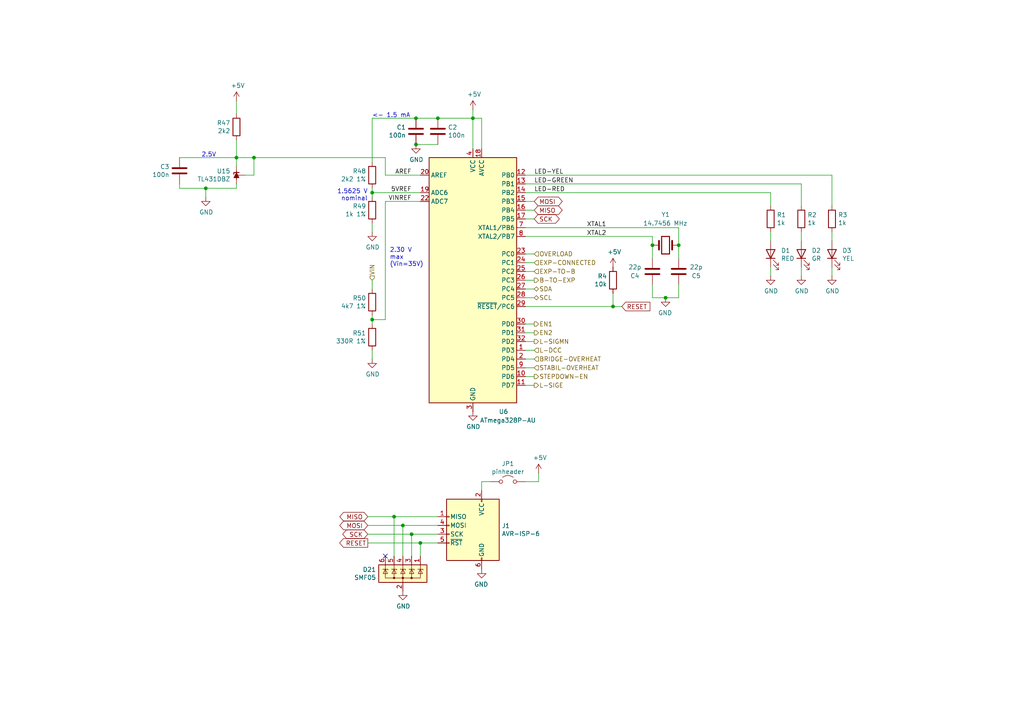
<source format=kicad_sch>
(kicad_sch (version 20231120) (generator "eeschema") (generator_version "8.0")
  (paper "A4")
  (title_block (title "HB22 – DCC booster") (date "2025-02-20") (rev "1.0") (company "Model Railroader Club Brno I – KMŽ Brno I – https://kmz-brno.cz/") (comment 1 "Jan Horáček") (comment 2 "https://github.com/kmzbrnoI/hb22") (comment 3 "https://creativecommons.org/licenses/by-sa/4.0/") (comment 4 "Released under the Creative Commons Attribution-ShareAlike 4.0 License"))
  (lib_symbols
    (symbol "Connector:AVR-ISP-6" (pin_names (offset 1.016))
      (property "Reference" "J" (at -6.35 11.43 0))
      (property "Value" "AVR-ISP-6" (at 0 11.43 0))
      (symbol "AVR-ISP-6_0_1"
        (rectangle (start -2.667 -6.858) (end -2.413 -7.62))
        (rectangle (start -2.667 10.16) (end -2.413 9.398))
        (rectangle (start 7.62 -2.413) (end 6.858 -2.667))
        (rectangle (start 7.62 0.127) (end 6.858 -0.127))
        (rectangle (start 7.62 2.667) (end 6.858 2.413))
        (rectangle (start 7.62 5.207) (end 6.858 4.953))
        (rectangle (start 7.62 10.16) (end -7.62 -7.62) (stroke (width 0.254)) (fill (type background)))
      )
      (symbol "AVR-ISP-6_1_1"
        (pin passive line (at 10.16 5.08 180) (length 2.54) (name "MISO") (number "1"))
        (pin passive line (at -2.54 12.7 270) (length 2.54) (name "VCC") (number "2"))
        (pin passive line (at 10.16 0 180) (length 2.54) (name "SCK") (number "3"))
        (pin passive line (at 10.16 2.54 180) (length 2.54) (name "MOSI") (number "4"))
        (pin passive line (at 10.16 -2.54 180) (length 2.54) (name "~{RST}") (number "5"))
        (pin passive line (at -2.54 -10.16 90) (length 2.54) (name "GND") (number "6"))
      )
    )
    (symbol "Device:C" (pin_numbers hide) (pin_names (offset 0.254))
      (property "Reference" "C" (at 0.635 2.54 0))
      (property "Value" "C" (at 0.635 -2.54 0))
      (symbol "C_0_1"
        (polyline (pts (xy -2.032 -0.762) (xy 2.032 -0.762)) (stroke (width 0.508)))
        (polyline (pts (xy -2.032 0.762) (xy 2.032 0.762)) (stroke (width 0.508)))
      )
      (symbol "C_1_1"
        (pin passive line (at 0 3.81 270) (length 2.794) (name "~") (number "1"))
        (pin passive line (at 0 -3.81 90) (length 2.794) (name "~") (number "2"))
      )
    )
    (symbol "Device:Crystal" (pin_numbers hide) (pin_names (offset 1.016) hide)
      (property "Reference" "Y" (at 0 3.81 0))
      (property "Value" "Crystal" (at 0 -3.81 0))
      (symbol "Crystal_0_1"
        (rectangle (start -1.143 2.54) (end 1.143 -2.54) (stroke (width 0.3048)))
        (polyline (pts (xy -2.54 0) (xy -1.905 0)))
        (polyline (pts (xy -1.905 -1.27) (xy -1.905 1.27)) (stroke (width 0.508)))
        (polyline (pts (xy 1.905 -1.27) (xy 1.905 1.27)) (stroke (width 0.508)))
        (polyline (pts (xy 2.54 0) (xy 1.905 0)))
      )
      (symbol "Crystal_1_1"
        (pin passive line (at -3.81 0 0) (length 1.27) (name "1") (number "1"))
        (pin passive line (at 3.81 0 180) (length 1.27) (name "2") (number "2"))
      )
    )
    (symbol "Device:LED" (pin_numbers hide) (pin_names (offset 1.016) hide)
      (property "Reference" "D" (at 0 2.54 0))
      (property "Value" "LED" (at 0 -2.54 0))
      (symbol "LED_0_1"
        (polyline (pts (xy -1.27 -1.27) (xy -1.27 1.27)) (stroke (width 0.254)))
        (polyline (pts (xy -1.27 0) (xy 1.27 0)))
        (polyline (pts (xy 1.27 -1.27) (xy 1.27 1.27) (xy -1.27 0) (xy 1.27 -1.27)) (stroke (width 0.254)))
        (polyline (pts (xy -3.048 -0.762) (xy -4.572 -2.286) (xy -3.81 -2.286) (xy -4.572 -2.286) (xy -4.572 -1.524)))
        (polyline (pts (xy -1.778 -0.762) (xy -3.302 -2.286) (xy -2.54 -2.286) (xy -3.302 -2.286) (xy -3.302 -1.524)))
      )
      (symbol "LED_1_1"
        (pin passive line (at -3.81 0 0) (length 2.54) (name "K") (number "1"))
        (pin passive line (at 3.81 0 180) (length 2.54) (name "A") (number "2"))
      )
    )
    (symbol "Device:R" (pin_numbers hide) (pin_names (offset 0))
      (property "Reference" "R" (at 2.032 0 90))
      (property "Value" "R" (at 0 0 90))
      (symbol "R_0_1"
        (rectangle (start -1.016 -2.54) (end 1.016 2.54) (stroke (width 0.254)))
      )
      (symbol "R_1_1"
        (pin passive line (at 0 3.81 270) (length 1.27) (name "~") (number "1"))
        (pin passive line (at 0 -3.81 90) (length 1.27) (name "~") (number "2"))
      )
    )
    (symbol "Jumper:Jumper_2_Open" (pin_numbers hide) (pin_names (offset 0) hide) (exclude_from_sim yes)
      (property "Reference" "JP" (at 0 2.794 0))
      (property "Value" "Jumper_2_Open" (at 0 -2.286 0))
      (symbol "Jumper_2_Open_0_0"
        (circle (center -2.032 0) (radius 0.508))
        (circle (center 2.032 0) (radius 0.508))
      )
      (symbol "Jumper_2_Open_0_1"
        (arc (start 1.524 1.27) (mid 0 1.778) (end -1.524 1.27))
      )
      (symbol "Jumper_2_Open_1_1"
        (pin passive line (at -5.08 0 0) (length 2.54) (name "A") (number "1"))
        (pin passive line (at 5.08 0 180) (length 2.54) (name "B") (number "2"))
      )
    )
    (symbol "MCU_Microchip_ATmega:ATmega328P-A"
      (property "Reference" "U" (at -12.7 36.83 0))
      (property "Value" "ATmega328P-A" (at 2.54 -36.83 0))
      (symbol "ATmega328P-A_0_1"
        (rectangle (start -12.7 -35.56) (end 12.7 35.56) (stroke (width 0.254)) (fill (type background)))
      )
      (symbol "ATmega328P-A_1_1"
        (pin bidirectional line (at 15.24 -20.32 180) (length 2.54) (name "PD3") (number "1"))
        (pin bidirectional line (at 15.24 -27.94 180) (length 2.54) (name "PD6") (number "10"))
        (pin bidirectional line (at 15.24 -30.48 180) (length 2.54) (name "PD7") (number "11"))
        (pin bidirectional line (at 15.24 30.48 180) (length 2.54) (name "PB0") (number "12"))
        (pin bidirectional line (at 15.24 27.94 180) (length 2.54) (name "PB1") (number "13"))
        (pin bidirectional line (at 15.24 25.4 180) (length 2.54) (name "PB2") (number "14"))
        (pin bidirectional line (at 15.24 22.86 180) (length 2.54) (name "PB3") (number "15"))
        (pin bidirectional line (at 15.24 20.32 180) (length 2.54) (name "PB4") (number "16"))
        (pin bidirectional line (at 15.24 17.78 180) (length 2.54) (name "PB5") (number "17"))
        (pin power_in line (at 2.54 38.1 270) (length 2.54) (name "AVCC") (number "18"))
        (pin input line (at -15.24 25.4 0) (length 2.54) (name "ADC6") (number "19"))
        (pin bidirectional line (at 15.24 -22.86 180) (length 2.54) (name "PD4") (number "2"))
        (pin passive line (at -15.24 30.48 0) (length 2.54) (name "AREF") (number "20"))
        (pin passive line (at 0 -38.1 90) (length 2.54) hide (name "GND") (number "21"))
        (pin input line (at -15.24 22.86 0) (length 2.54) (name "ADC7") (number "22"))
        (pin bidirectional line (at 15.24 7.62 180) (length 2.54) (name "PC0") (number "23"))
        (pin bidirectional line (at 15.24 5.08 180) (length 2.54) (name "PC1") (number "24"))
        (pin bidirectional line (at 15.24 2.54 180) (length 2.54) (name "PC2") (number "25"))
        (pin bidirectional line (at 15.24 0 180) (length 2.54) (name "PC3") (number "26"))
        (pin bidirectional line (at 15.24 -2.54 180) (length 2.54) (name "PC4") (number "27"))
        (pin bidirectional line (at 15.24 -5.08 180) (length 2.54) (name "PC5") (number "28"))
        (pin bidirectional line (at 15.24 -7.62 180) (length 2.54) (name "~{RESET}/PC6") (number "29"))
        (pin power_in line (at 0 -38.1 90) (length 2.54) (name "GND") (number "3"))
        (pin bidirectional line (at 15.24 -12.7 180) (length 2.54) (name "PD0") (number "30"))
        (pin bidirectional line (at 15.24 -15.24 180) (length 2.54) (name "PD1") (number "31"))
        (pin bidirectional line (at 15.24 -17.78 180) (length 2.54) (name "PD2") (number "32"))
        (pin power_in line (at 0 38.1 270) (length 2.54) (name "VCC") (number "4"))
        (pin passive line (at 0 -38.1 90) (length 2.54) hide (name "GND") (number "5"))
        (pin passive line (at 0 38.1 270) (length 2.54) hide (name "VCC") (number "6"))
        (pin bidirectional line (at 15.24 15.24 180) (length 2.54) (name "XTAL1/PB6") (number "7"))
        (pin bidirectional line (at 15.24 12.7 180) (length 2.54) (name "XTAL2/PB7") (number "8"))
        (pin bidirectional line (at 15.24 -25.4 180) (length 2.54) (name "PD5") (number "9"))
      )
    )
    (symbol "Power_Protection:SP0505BAJT" (pin_names hide)
      (property "Reference" "D" (at 7.62 2.54 0))
      (property "Value" "SP0505BAJT" (at 7.62 0.635 0))
      (symbol "SP0505BAJT_0_0"
        (pin passive line (at 0 -5.08 90) (length 2.54) (name "A") (number "2"))
      )
      (symbol "SP0505BAJT_0_1"
        (rectangle (start -6.985 2.54) (end 6.985 -2.54) (stroke (width 0.254)) (fill (type background)))
        (circle (center -2.54 -1.27) (radius 0.254) (fill (type outline)))
        (circle (center 0 -1.27) (radius 0.254) (fill (type outline)))
        (polyline (pts (xy -5.08 2.54) (xy -5.08 1.27)))
        (polyline (pts (xy -2.54 2.54) (xy -2.54 1.27)))
        (polyline (pts (xy 0 -1.27) (xy 0 -2.54)))
        (polyline (pts (xy 0 -1.27) (xy 0 1.27)))
        (polyline (pts (xy 0 2.54) (xy 0 1.27)))
        (polyline (pts (xy 0.635 1.27) (xy 0.762 1.27)))
        (polyline (pts (xy 2.54 2.54) (xy 2.54 1.27)))
        (polyline (pts (xy 5.08 2.54) (xy 5.08 1.27)))
        (polyline (pts (xy -5.08 1.27) (xy -5.08 -1.27) (xy -2.54 -1.27)))
        (polyline (pts (xy 0.635 1.27) (xy -0.762 1.27) (xy -0.762 1.016)))
        (polyline (pts (xy 5.08 1.27) (xy 5.08 -1.27) (xy 2.54 -1.27)))
        (polyline (pts (xy -5.842 1.016) (xy -5.842 1.27) (xy -4.445 1.27) (xy -4.318 1.27)))
        (polyline (pts (xy -5.08 1.27) (xy -4.445 0) (xy -5.715 0) (xy -5.08 1.27)))
        (polyline (pts (xy -3.302 1.016) (xy -3.302 1.27) (xy -1.905 1.27) (xy -1.778 1.27)))
        (polyline (pts (xy -2.54 1.27) (xy -2.54 -1.27) (xy 2.54 -1.27) (xy 2.54 1.27)))
        (polyline (pts (xy -2.54 1.27) (xy -1.905 0) (xy -3.175 0) (xy -2.54 1.27)))
        (polyline (pts (xy 0.635 0) (xy -0.635 0) (xy 0 1.27) (xy 0.635 0)))
        (polyline (pts (xy 1.778 1.016) (xy 1.778 1.27) (xy 3.175 1.27) (xy 3.302 1.27)))
        (polyline (pts (xy 2.54 1.27) (xy 1.905 0) (xy 3.175 0) (xy 2.54 1.27)))
        (polyline (pts (xy 4.318 1.016) (xy 4.318 1.27) (xy 5.715 1.27) (xy 5.842 1.27)))
        (polyline (pts (xy 5.08 1.27) (xy 4.445 0) (xy 5.715 0) (xy 5.08 1.27)))
        (circle (center 2.54 -1.27) (radius 0.254) (fill (type outline)))
      )
      (symbol "SP0505BAJT_1_1"
        (pin passive line (at -5.08 5.08 270) (length 2.54) (name "K") (number "1"))
        (pin passive line (at -2.54 5.08 270) (length 2.54) (name "K") (number "3"))
        (pin passive line (at 0 5.08 270) (length 2.54) (name "K") (number "4"))
        (pin passive line (at 2.54 5.08 270) (length 2.54) (name "K") (number "5"))
        (pin passive line (at 5.08 5.08 270) (length 2.54) (name "K") (number "6"))
      )
    )
    (symbol "Reference_Voltage:TL431DBZ" (pin_numbers hide) (pin_names hide)
      (property "Reference" "U" (at -2.54 2.54 0))
      (property "Value" "TL431DBZ" (at 0 -2.54 0))
      (symbol "TL431DBZ_0_1"
        (polyline (pts (xy -1.27 0) (xy 0 0) (xy 1.27 0)))
        (polyline (pts (xy -0.762 -0.762) (xy -0.762 0.762) (xy 0.762 0) (xy -0.762 -0.762)) (fill (type outline)))
        (polyline (pts (xy 0.254 -0.762) (xy 0.762 -0.762) (xy 0.762 0.762) (xy 0.762 0.762)) (stroke (width 0.254)))
      )
      (symbol "TL431DBZ_1_1"
        (pin passive line (at 2.54 0 180) (length 2.54) (name "K") (number "1"))
        (pin passive line (at 0 2.54 270) (length 2.54) (name "REF") (number "2"))
        (pin passive line (at -2.54 0 0) (length 2.54) (name "A") (number "3"))
      )
    )
    (symbol "power:+5V" (power) (pin_numbers hide) (pin_names (offset 0) hide)
      (property "Value" "+5V" (at 0 3.556 0))
      (symbol "+5V_0_1"
        (polyline (pts (xy -0.762 1.27) (xy 0 2.54)))
        (polyline (pts (xy 0 0) (xy 0 2.54)))
        (polyline (pts (xy 0 2.54) (xy 0.762 1.27)))
      )
      (symbol "+5V_1_1"
        (pin power_in line (at 0 0 90) (length 0) (name "~") (number "1"))
      )
    )
    (symbol "power:GND" (power) (pin_numbers hide) (pin_names (offset 0) hide)
      (property "Value" "GND" (at 0 -3.81 0))
      (symbol "GND_0_1"
        (polyline (pts (xy 0 0) (xy 0 -1.27) (xy 1.27 -1.27) (xy 0 -2.54) (xy -1.27 -1.27) (xy 0 -1.27)))
      )
      (symbol "GND_1_1"
        (pin power_in line (at 0 0 270) (length 0) (name "~") (number "1"))
      )
    )
  )
  (junction (at 121.92 157.48))
  (junction (at 119.38 154.94))
  (junction (at 116.84 152.4))
  (junction (at 189.23 71.12))
  (junction (at 137.16 34.29))
  (junction (at 107.95 55.88))
  (junction (at 196.85 71.12))
  (junction (at 120.65 41.91))
  (junction (at 127 34.29))
  (junction (at 120.65 34.29))
  (junction (at 68.58 45.72))
  (junction (at 193.04 86.36))
  (junction (at 107.95 92.71))
  (junction (at 114.3 149.86))
  (junction (at 177.8 88.9))
  (junction (at 59.69 54.61))
  (junction (at 73.66 45.72))
  (no_connect (at 111.76 161.29))
  (wire (pts (xy 107.95 34.29) (xy 120.65 34.29)))
  (wire (pts (xy 232.41 53.34) (xy 232.41 59.69)))
  (wire (pts (xy 107.95 81.28) (xy 107.95 83.82)))
  (wire (pts (xy 73.66 50.8) (xy 71.12 50.8)))
  (wire (pts (xy 107.95 55.88) (xy 107.95 54.61)))
  (wire (pts (xy 106.68 157.48) (xy 121.92 157.48)))
  (wire (pts (xy 107.95 91.44) (xy 107.95 92.71)))
  (wire (pts (xy 152.4 109.22) (xy 154.94 109.22)))
  (wire (pts (xy 152.4 68.58) (xy 189.23 68.58)))
  (wire (pts (xy 137.16 31.75) (xy 137.16 34.29)))
  (wire (pts (xy 107.95 92.71) (xy 107.95 93.98)))
  (wire (pts (xy 68.58 33.02) (xy 68.58 29.21)))
  (wire (pts (xy 189.23 71.12) (xy 189.23 74.93)))
  (wire (pts (xy 127 34.29) (xy 137.16 34.29)))
  (wire (pts (xy 223.52 69.85) (xy 223.52 67.31)))
  (wire (pts (xy 241.3 80.01) (xy 241.3 77.47)))
  (wire (pts (xy 137.16 34.29) (xy 139.7 34.29)))
  (wire (pts (xy 59.69 54.61) (xy 68.58 54.61)))
  (wire (pts (xy 196.85 74.93) (xy 196.85 71.12)))
  (wire (pts (xy 152.4 66.04) (xy 196.85 66.04)))
  (wire (pts (xy 193.04 86.36) (xy 196.85 86.36)))
  (wire (pts (xy 120.65 41.91) (xy 127 41.91)))
  (wire (pts (xy 223.52 80.01) (xy 223.52 77.47)))
  (wire (pts (xy 68.58 54.61) (xy 68.58 53.34)))
  (wire (pts (xy 232.41 69.85) (xy 232.41 67.31)))
  (wire (pts (xy 152.4 53.34) (xy 232.41 53.34)))
  (wire (pts (xy 196.85 86.36) (xy 196.85 82.55)))
  (wire (pts (xy 223.52 55.88) (xy 223.52 59.69)))
  (wire (pts (xy 107.95 104.14) (xy 107.95 101.6)))
  (wire (pts (xy 152.4 101.6) (xy 154.94 101.6)))
  (wire (pts (xy 68.58 45.72) (xy 73.66 45.72)))
  (wire (pts (xy 152.4 111.76) (xy 154.94 111.76)))
  (wire (pts (xy 177.8 85.09) (xy 177.8 88.9)))
  (wire (pts (xy 68.58 48.26) (xy 68.58 45.72)))
  (wire (pts (xy 142.24 139.7) (xy 139.7 139.7)))
  (wire (pts (xy 119.38 154.94) (xy 127 154.94)))
  (wire (pts (xy 114.3 149.86) (xy 127 149.86)))
  (wire (pts (xy 137.16 34.29) (xy 137.16 43.18)))
  (wire (pts (xy 59.69 54.61) (xy 52.07 54.61)))
  (wire (pts (xy 68.58 40.64) (xy 68.58 45.72)))
  (wire (pts (xy 152.4 63.5) (xy 154.94 63.5)))
  (wire (pts (xy 111.76 92.71) (xy 111.76 58.42)))
  (wire (pts (xy 119.38 161.29) (xy 119.38 154.94)))
  (wire (pts (xy 152.4 76.2) (xy 154.94 76.2)))
  (wire (pts (xy 152.4 93.98) (xy 154.94 93.98)))
  (wire (pts (xy 111.76 50.8) (xy 121.92 50.8)))
  (wire (pts (xy 111.76 50.8) (xy 111.76 45.72)))
  (wire (pts (xy 107.95 57.15) (xy 107.95 55.88)))
  (wire (pts (xy 189.23 68.58) (xy 189.23 71.12)))
  (wire (pts (xy 121.92 157.48) (xy 127 157.48)))
  (wire (pts (xy 189.23 86.36) (xy 193.04 86.36)))
  (wire (pts (xy 152.4 88.9) (xy 177.8 88.9)))
  (wire (pts (xy 152.4 55.88) (xy 223.52 55.88)))
  (wire (pts (xy 152.4 50.8) (xy 241.3 50.8)))
  (wire (pts (xy 152.4 81.28) (xy 154.94 81.28)))
  (wire (pts (xy 139.7 139.7) (xy 139.7 142.24)))
  (wire (pts (xy 116.84 152.4) (xy 127 152.4)))
  (wire (pts (xy 152.4 99.06) (xy 154.94 99.06)))
  (wire (pts (xy 111.76 58.42) (xy 121.92 58.42)))
  (wire (pts (xy 73.66 45.72) (xy 111.76 45.72)))
  (wire (pts (xy 116.84 152.4) (xy 116.84 161.29)))
  (wire (pts (xy 121.92 161.29) (xy 121.92 157.48)))
  (wire (pts (xy 152.4 104.14) (xy 154.94 104.14)))
  (wire (pts (xy 241.3 50.8) (xy 241.3 59.69)))
  (wire (pts (xy 52.07 54.61) (xy 52.07 53.34)))
  (wire (pts (xy 156.21 137.16) (xy 156.21 139.7)))
  (wire (pts (xy 120.65 34.29) (xy 127 34.29)))
  (wire (pts (xy 152.4 58.42) (xy 154.94 58.42)))
  (wire (pts (xy 152.4 96.52) (xy 154.94 96.52)))
  (wire (pts (xy 139.7 34.29) (xy 139.7 43.18)))
  (wire (pts (xy 152.4 139.7) (xy 156.21 139.7)))
  (wire (pts (xy 106.68 152.4) (xy 116.84 152.4)))
  (wire (pts (xy 152.4 73.66) (xy 154.94 73.66)))
  (wire (pts (xy 152.4 106.68) (xy 154.94 106.68)))
  (wire (pts (xy 152.4 60.96) (xy 154.94 60.96)))
  (wire (pts (xy 196.85 66.04) (xy 196.85 71.12)))
  (wire (pts (xy 107.95 67.31) (xy 107.95 64.77)))
  (wire (pts (xy 114.3 161.29) (xy 114.3 149.86)))
  (wire (pts (xy 107.95 92.71) (xy 111.76 92.71)))
  (wire (pts (xy 152.4 86.36) (xy 154.94 86.36)))
  (wire (pts (xy 52.07 45.72) (xy 68.58 45.72)))
  (wire (pts (xy 152.4 83.82) (xy 154.94 83.82)))
  (wire (pts (xy 107.95 46.99) (xy 107.95 34.29)))
  (wire (pts (xy 180.34 88.9) (xy 177.8 88.9)))
  (wire (pts (xy 121.92 55.88) (xy 107.95 55.88)))
  (wire (pts (xy 232.41 80.01) (xy 232.41 77.47)))
  (wire (pts (xy 59.69 57.15) (xy 59.69 54.61)))
  (wire (pts (xy 73.66 45.72) (xy 73.66 50.8)))
  (wire (pts (xy 241.3 69.85) (xy 241.3 67.31)))
  (wire (pts (xy 189.23 82.55) (xy 189.23 86.36)))
  (wire (pts (xy 152.4 78.74) (xy 154.94 78.74)))
  (wire (pts (xy 106.68 154.94) (xy 119.38 154.94)))
  (wire (pts (xy 106.68 149.86) (xy 114.3 149.86)))
  (text "1.5625 V\nnominal" (at 106.68 58.42 0) (effects (font (size 1.27 1.27)) (justify right bottom)))
  (text "<- 1.5 mA" (at 107.95 34.29 0) (effects (font (size 1.27 1.27)) (justify left bottom)))
  (text "2.5V" (at 58.42 45.72 0) (effects (font (size 1.27 1.27)) (justify left bottom)))
  (text "2.30 V\nmax\n(Vin=35V)" (at 113.03 77.47 0) (effects (font (size 1.27 1.27)) (justify left bottom)))
  (label "LED-RED" (at 154.94 55.88 0))
  (label "XTAL1" (at 170.18 66.04 0))
  (label "LED-GREEN" (at 154.94 53.34 0))
  (label "LED-YEL" (at 154.94 50.8 0))
  (label "VINREF" (at 119.38 58.42 180))
  (label "5VREF" (at 119.38 55.88 180))
  (label "AREF" (at 119.38 50.8 180))
  (label "XTAL2" (at 170.18 68.58 0))
  (global_label "SCK" (shape bidirectional) (at 106.68 154.94 180) (property "Intersheetrefs" "${INTERSHEET_REFS}" (effects (hide yes))))
  (global_label "SCK" (shape bidirectional) (at 154.94 63.5 0) (property "Intersheetrefs" "${INTERSHEET_REFS}" (effects (hide yes))))
  (global_label "RESET" (shape output) (at 106.68 157.48 180) (property "Intersheetrefs" "${INTERSHEET_REFS}" (effects (hide yes))))
  (global_label "MISO" (shape bidirectional) (at 106.68 149.86 180) (property "Intersheetrefs" "${INTERSHEET_REFS}" (effects (hide yes))))
  (global_label "MOSI" (shape bidirectional) (at 106.68 152.4 180) (property "Intersheetrefs" "${INTERSHEET_REFS}" (effects (hide yes))))
  (global_label "MISO" (shape bidirectional) (at 154.94 60.96 0) (property "Intersheetrefs" "${INTERSHEET_REFS}" (effects (hide yes))))
  (global_label "RESET" (shape input) (at 180.34 88.9 0) (property "Intersheetrefs" "${INTERSHEET_REFS}" (effects (hide yes))))
  (global_label "MOSI" (shape bidirectional) (at 154.94 58.42 0) (property "Intersheetrefs" "${INTERSHEET_REFS}" (effects (hide yes))))
  (hierarchical_label "L-SIGMN" (shape output) (at 154.94 99.06 0))
  (hierarchical_label "L-SIGE" (shape output) (at 154.94 111.76 0))
  (hierarchical_label "OVERLOAD" (shape input) (at 154.94 73.66 0))
  (hierarchical_label "EXP-TO-B" (shape input) (at 154.94 78.74 0))
  (hierarchical_label "BRIDGE-OVERHEAT" (shape input) (at 154.94 104.14 0))
  (hierarchical_label "EN2" (shape output) (at 154.94 96.52 0))
  (hierarchical_label "SDA" (shape bidirectional) (at 154.94 83.82 0))
  (hierarchical_label "EN1" (shape output) (at 154.94 93.98 0))
  (hierarchical_label "EXP-CONNECTED" (shape input) (at 154.94 76.2 0))
  (hierarchical_label "VIN" (shape input) (at 107.95 81.28 90))
  (hierarchical_label "SCL" (shape bidirectional) (at 154.94 86.36 0))
  (hierarchical_label "B-TO-EXP" (shape output) (at 154.94 81.28 0))
  (hierarchical_label "STEPDOWN-EN" (shape output) (at 154.94 109.22 0))
  (hierarchical_label "STABIL-OVERHEAT" (shape input) (at 154.94 106.68 0))
  (hierarchical_label "L-DCC" (shape input) (at 154.94 101.6 0))
  (symbol (lib_id "MCU_Microchip_ATmega:ATmega328P-A") (at 137.16 81.28 0) (unit 1)
    (property "Reference" "U6" (at 146.05 119.38 0))
    (property "Value" "ATmega328P-AU" (at 147.32 121.92 0))
    (property "Footprint" "Package_QFP:TQFP-32_7x7mm_P0.8mm" (effects (hide yes)))
    (property "Datasheet" "http://ww1.microchip.com/downloads/en/DeviceDoc/ATmega328_P%20AVR%20MCU%20with%20picoPower%20Technology%20Data%20Sheet%2040001984A.pdf" (effects (hide yes)))
    (property "Description" "20MHz, 32kB Flash, 2kB SRAM, 1kB EEPROM, TQFP-32" (effects (hide yes)))
  )
  (symbol (lib_id "Device:C") (at 127 38.1 0) (unit 1)
    (property "Reference" "C2" (at 129.921 36.9316 0) (effects (justify left)))
    (property "Value" "100n" (at 129.921 39.243 0) (effects (justify left)))
    (property "Footprint" "Capacitor_SMD:C_0805_2012Metric" (effects (hide yes)))
    (property "Description" "Unpolarized capacitor" (effects (hide yes)))
    (property "LCSC" "C49678" (effects (hide yes)))
  )
  (symbol (lib_id "Device:C") (at 120.65 38.1 0) (mirror x) (unit 1)
    (property "Reference" "C1" (at 117.729 36.9316 0) (effects (justify right)))
    (property "Value" "100n" (at 117.729 39.243 0) (effects (justify right)))
    (property "Footprint" "Capacitor_SMD:C_0805_2012Metric" (effects (hide yes)))
    (property "Description" "Unpolarized capacitor" (effects (hide yes)))
    (property "LCSC" "C49678" (effects (hide yes)))
  )
  (symbol (lib_id "Device:C") (at 52.07 49.53 0) (mirror x) (unit 1)
    (property "Reference" "C3" (at 49.149 48.3616 0) (effects (justify right)))
    (property "Value" "100n" (at 49.149 50.673 0) (effects (justify right)))
    (property "Footprint" "Capacitor_SMD:C_0805_2012Metric" (effects (hide yes)))
    (property "Description" "Unpolarized capacitor" (effects (hide yes)))
    (property "LCSC" "C49678" (effects (hide yes)))
  )
  (symbol (lib_id "power:GND") (at 59.69 57.15 0) (unit 1)
    (property "Reference" "#PWR0101" (effects (hide yes)))
    (property "Value" "GND" (at 59.817 61.5442 0))
    (property "Description" "Power symbol creates a global label with name \"GND\" , ground" (effects (hide yes)))
  )
  (symbol (lib_id "power:GND") (at 120.65 41.91 0) (unit 1)
    (property "Reference" "#PWR0102" (effects (hide yes)))
    (property "Value" "GND" (at 120.777 46.3042 0))
    (property "Description" "Power symbol creates a global label with name \"GND\" , ground" (effects (hide yes)))
  )
  (symbol (lib_id "Device:R") (at 177.8 81.28 0) (mirror x) (unit 1)
    (property "Reference" "R4" (at 176.0474 80.1116 0) (effects (justify right)))
    (property "Value" "10k" (at 176.0474 82.423 0) (effects (justify right)))
    (property "Footprint" "Resistor_SMD:R_0805_2012Metric" (effects (hide yes)))
    (property "Description" "Resistor" (effects (hide yes)))
    (property "LCSC" "C17414" (effects (hide yes)))
  )
  (symbol (lib_id "Connector:AVR-ISP-6") (at 137.16 154.94 0) (mirror y) (unit 1)
    (property "Reference" "J1" (at 145.5166 152.5016 0) (effects (justify right)))
    (property "Value" "AVR-ISP-6" (at 145.5166 154.813 0) (effects (justify right)))
    (property "Footprint" "Connector_PinHeader_2.54mm:PinHeader_2x03_P2.54mm_Vertical" (effects (hide yes)))
    (property "Description" "Atmel 6-pin ISP connector" (effects (hide yes)))
  )
  (symbol (lib_id "Jumper:Jumper_2_Open") (at 147.32 139.7 0) (mirror y) (unit 1) (exclude_from_sim yes)
    (property "Reference" "JP1" (at 147.32 134.493 0))
    (property "Value" "pinheader" (at 147.32 136.8044 0))
    (property "Footprint" "Connector_PinHeader_2.54mm:PinHeader_1x02_P2.54mm_Vertical" (effects (hide yes)))
    (property "Description" "Jumper, 2-pole, open" (effects (hide yes)))
  )
  (symbol (lib_id "power:GND") (at 139.7 165.1 0) (mirror y) (unit 1)
    (property "Reference" "#PWR0103" (effects (hide yes)))
    (property "Value" "GND" (at 139.573 169.4942 0))
    (property "Description" "Power symbol creates a global label with name \"GND\" , ground" (effects (hide yes)))
  )
  (symbol (lib_id "Device:Crystal") (at 193.04 71.12 0) (mirror y) (unit 1)
    (property "Reference" "Y1" (at 194.31 62.23 0) (effects (justify left)))
    (property "Value" "14.7456 MHz" (at 199.39 64.77 0) (effects (justify left)))
    (property "Footprint" "Crystal:Crystal_SMD_HC49-SD" (effects (hide yes)))
    (property "Description" "Two pin crystal" (effects (hide yes)))
    (property "LCSC" "C240976" (effects (hide yes)))
  )
  (symbol (lib_id "Device:C") (at 196.85 78.74 0) (mirror y) (unit 1)
    (property "Reference" "C5" (at 201.93 80.01 0))
    (property "Value" "22p" (at 201.93 77.47 0))
    (property "Footprint" "Capacitor_SMD:C_0805_2012Metric" (effects (hide yes)))
    (property "Description" "Unpolarized capacitor" (effects (hide yes)))
    (property "LCSC" "C1804" (effects (hide yes)))
  )
  (symbol (lib_id "Device:C") (at 189.23 78.74 0) (mirror x) (unit 1)
    (property "Reference" "C4" (at 184.15 80.01 0))
    (property "Value" "22p" (at 184.15 77.47 0))
    (property "Footprint" "Capacitor_SMD:C_0805_2012Metric" (effects (hide yes)))
    (property "Description" "Unpolarized capacitor" (effects (hide yes)))
    (property "LCSC" "C1804" (effects (hide yes)))
  )
  (symbol (lib_id "power:GND") (at 193.04 86.36 0) (mirror y) (unit 1)
    (property "Reference" "#PWR0104" (effects (hide yes)))
    (property "Value" "GND" (at 192.913 90.7542 0))
    (property "Description" "Power symbol creates a global label with name \"GND\" , ground" (effects (hide yes)))
  )
  (symbol (lib_id "power:GND") (at 137.16 119.38 0) (unit 1)
    (property "Reference" "#PWR0105" (effects (hide yes)))
    (property "Value" "GND" (at 137.287 123.7742 0))
    (property "Description" "Power symbol creates a global label with name \"GND\" , ground" (effects (hide yes)))
  )
  (symbol (lib_id "Device:LED") (at 223.52 73.66 90) (unit 1)
    (property "Reference" "D1" (at 226.5172 72.6694 90) (effects (justify right)))
    (property "Value" "RED" (at 226.5172 74.9808 90) (effects (justify right)))
    (property "Footprint" "LED_SMD:LED_0805_2012Metric" (effects (hide yes)))
    (property "Description" "Light emitting diode" (effects (hide yes)))
    (property "LCSC" "C84256" (effects (hide yes)))
  )
  (symbol (lib_id "Device:LED") (at 232.41 73.66 90) (unit 1)
    (property "Reference" "D2" (at 235.4072 72.6694 90) (effects (justify right)))
    (property "Value" "GR" (at 235.4072 74.9808 90) (effects (justify right)))
    (property "Footprint" "LED_SMD:LED_0805_2012Metric" (effects (hide yes)))
    (property "Description" "Light emitting diode" (effects (hide yes)))
    (property "LCSC" "C2297" (effects (hide yes)))
  )
  (symbol (lib_id "Device:LED") (at 241.3 73.66 90) (unit 1)
    (property "Reference" "D3" (at 244.2972 72.6694 90) (effects (justify right)))
    (property "Value" "YEL" (at 244.2972 74.9808 90) (effects (justify right)))
    (property "Footprint" "LED_SMD:LED_0805_2012Metric" (effects (hide yes)))
    (property "Description" "Light emitting diode" (effects (hide yes)))
    (property "LCSC" "C2293" (effects (hide yes)))
  )
  (symbol (lib_id "Device:R") (at 223.52 63.5 0) (unit 1)
    (property "Reference" "R1" (at 225.298 62.3316 0) (effects (justify left)))
    (property "Value" "1k" (at 225.298 64.643 0) (effects (justify left)))
    (property "Footprint" "Resistor_SMD:R_0805_2012Metric" (effects (hide yes)))
    (property "Description" "Resistor" (effects (hide yes)))
    (property "LCSC" "C17513" (effects (hide yes)))
  )
  (symbol (lib_id "Device:R") (at 232.41 63.5 0) (unit 1)
    (property "Reference" "R2" (at 234.188 62.3316 0) (effects (justify left)))
    (property "Value" "1k" (at 234.188 64.643 0) (effects (justify left)))
    (property "Footprint" "Resistor_SMD:R_0805_2012Metric" (effects (hide yes)))
    (property "Description" "Resistor" (effects (hide yes)))
    (property "LCSC" "C17513" (effects (hide yes)))
  )
  (symbol (lib_id "Device:R") (at 241.3 63.5 0) (unit 1)
    (property "Reference" "R3" (at 243.078 62.3316 0) (effects (justify left)))
    (property "Value" "1k" (at 243.078 64.643 0) (effects (justify left)))
    (property "Footprint" "Resistor_SMD:R_0805_2012Metric" (effects (hide yes)))
    (property "Description" "Resistor" (effects (hide yes)))
    (property "LCSC" "C17513" (effects (hide yes)))
  )
  (symbol (lib_id "power:GND") (at 223.52 80.01 0) (unit 1)
    (property "Reference" "#PWR0106" (effects (hide yes)))
    (property "Value" "GND" (at 223.647 84.4042 0))
    (property "Description" "Power symbol creates a global label with name \"GND\" , ground" (effects (hide yes)))
  )
  (symbol (lib_id "power:GND") (at 232.41 80.01 0) (unit 1)
    (property "Reference" "#PWR0107" (effects (hide yes)))
    (property "Value" "GND" (at 232.537 84.4042 0))
    (property "Description" "Power symbol creates a global label with name \"GND\" , ground" (effects (hide yes)))
  )
  (symbol (lib_id "power:GND") (at 241.3 80.01 0) (unit 1)
    (property "Reference" "#PWR0108" (effects (hide yes)))
    (property "Value" "GND" (at 241.427 84.4042 0))
    (property "Description" "Power symbol creates a global label with name \"GND\" , ground" (effects (hide yes)))
  )
  (symbol (lib_id "Power_Protection:SP0505BAJT") (at 116.84 166.37 0) (mirror y) (unit 1)
    (property "Reference" "D21" (at 109.093 165.2016 0) (effects (justify left)))
    (property "Value" "SMF05" (at 109.093 167.513 0) (effects (justify left)))
    (property "Footprint" "Package_TO_SOT_SMD:SOT-363_SC-70-6" (effects (hide yes)))
    (property "Datasheet" "http://www.littelfuse.com/~/media/files/littelfuse/technical%20resources/documents/data%20sheets/sp05xxba.pdf" (effects (hide yes)))
    (property "Description" "TVS Diode Array, 5.5V Standoff, 5 Channels, SC-70-6 package" (effects (hide yes)))
  )
  (symbol (lib_id "power:GND") (at 116.84 171.45 0) (unit 1)
    (property "Reference" "#PWR010" (effects (hide yes)))
    (property "Value" "GND" (at 116.967 175.8442 0))
    (property "Description" "Power symbol creates a global label with name \"GND\" , ground" (effects (hide yes)))
  )
  (symbol (lib_id "power:+5V") (at 137.16 31.75 0) (unit 1)
    (property "Reference" "#PWR0110" (effects (hide yes)))
    (property "Value" "+5V" (at 137.541 27.3558 0))
    (property "Description" "Power symbol creates a global label with name \"+5V\"" (effects (hide yes)))
  )
  (symbol (lib_id "power:+5V") (at 177.8 77.47 0) (unit 1)
    (property "Reference" "#PWR0111" (effects (hide yes)))
    (property "Value" "+5V" (at 178.181 73.0758 0))
    (property "Description" "Power symbol creates a global label with name \"+5V\"" (effects (hide yes)))
  )
  (symbol (lib_id "power:+5V") (at 156.21 137.16 0) (unit 1)
    (property "Reference" "#PWR0112" (effects (hide yes)))
    (property "Value" "+5V" (at 156.591 132.7658 0))
    (property "Description" "Power symbol creates a global label with name \"+5V\"" (effects (hide yes)))
  )
  (symbol (lib_id "Reference_Voltage:TL431DBZ") (at 68.58 50.8 270) (mirror x) (unit 1)
    (property "Reference" "U15" (at 66.8274 49.6316 90) (effects (justify right)))
    (property "Value" "TL431DBZ" (at 66.8274 51.943 90) (effects (justify right)))
    (property "Footprint" "Package_TO_SOT_SMD:SOT-23" (effects (hide yes)))
    (property "Datasheet" "http://www.ti.com/lit/ds/symlink/tl431.pdf" (effects (hide yes)))
    (property "Description" "Shunt Regulator, SOT-23" (effects (hide yes)))
    (property "LCSC" "C3113" (effects (hide yes)))
  )
  (symbol (lib_id "power:+5V") (at 68.58 29.21 0) (unit 1)
    (property "Reference" "#PWR02" (effects (hide yes)))
    (property "Value" "+5V" (at 68.961 24.8158 0))
    (property "Description" "Power symbol creates a global label with name \"+5V\"" (effects (hide yes)))
  )
  (symbol (lib_id "Device:R") (at 68.58 36.83 0) (mirror x) (unit 1)
    (property "Reference" "R47" (at 66.802 35.6616 0) (effects (justify right)))
    (property "Value" "2k2" (at 66.802 37.973 0) (effects (justify right)))
    (property "Footprint" "Resistor_SMD:R_0805_2012Metric" (effects (hide yes)))
    (property "Description" "Resistor" (effects (hide yes)))
  )
  (symbol (lib_id "Device:R") (at 107.95 50.8 0) (mirror x) (unit 1)
    (property "Reference" "R48" (at 106.1974 49.6316 0) (effects (justify right)))
    (property "Value" "2k2 1%" (at 106.1974 51.943 0) (effects (justify right)))
    (property "Footprint" "Resistor_SMD:R_0805_2012Metric" (effects (hide yes)))
    (property "Description" "Resistor" (effects (hide yes)))
  )
  (symbol (lib_id "Device:R") (at 107.95 60.96 0) (mirror x) (unit 1)
    (property "Reference" "R49" (at 106.1974 59.7916 0) (effects (justify right)))
    (property "Value" "1k 1%" (at 106.1974 62.103 0) (effects (justify right)))
    (property "Footprint" "Resistor_SMD:R_0805_2012Metric" (effects (hide yes)))
    (property "Description" "Resistor" (effects (hide yes)))
  )
  (symbol (lib_id "power:GND") (at 107.95 67.31 0) (unit 1)
    (property "Reference" "#PWR03" (effects (hide yes)))
    (property "Value" "GND" (at 108.077 71.7042 0))
    (property "Description" "Power symbol creates a global label with name \"GND\" , ground" (effects (hide yes)))
  )
  (symbol (lib_id "Device:R") (at 107.95 87.63 0) (mirror x) (unit 1)
    (property "Reference" "R50" (at 106.1974 86.4616 0) (effects (justify right)))
    (property "Value" "4k7 1%" (at 106.1974 88.773 0) (effects (justify right)))
    (property "Footprint" "Resistor_SMD:R_0805_2012Metric" (effects (hide yes)))
    (property "Description" "Resistor" (effects (hide yes)))
  )
  (symbol (lib_id "Device:R") (at 107.95 97.79 0) (mirror x) (unit 1)
    (property "Reference" "R51" (at 106.172 96.6216 0) (effects (justify right)))
    (property "Value" "330R 1%" (at 106.172 98.933 0) (effects (justify right)))
    (property "Footprint" "Resistor_SMD:R_0805_2012Metric" (effects (hide yes)))
    (property "Description" "Resistor" (effects (hide yes)))
  )
  (symbol (lib_id "power:GND") (at 107.95 104.14 0) (unit 1)
    (property "Reference" "#PWR04" (effects (hide yes)))
    (property "Value" "GND" (at 108.077 108.5342 0))
    (property "Description" "Power symbol creates a global label with name \"GND\" , ground" (effects (hide yes)))
  )
)
</source>
